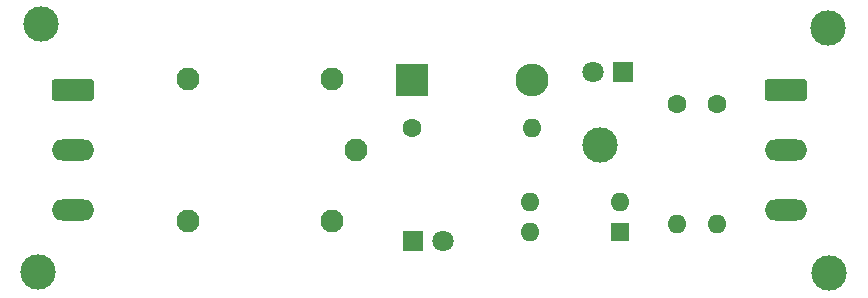
<source format=gbr>
%TF.GenerationSoftware,KiCad,Pcbnew,8.0.2*%
%TF.CreationDate,2024-06-20T13:36:58+03:00*%
%TF.ProjectId,r_le,72f66c65-2e6b-4696-9361-645f70636258,rev?*%
%TF.SameCoordinates,Original*%
%TF.FileFunction,Copper,L1,Top*%
%TF.FilePolarity,Positive*%
%FSLAX46Y46*%
G04 Gerber Fmt 4.6, Leading zero omitted, Abs format (unit mm)*
G04 Created by KiCad (PCBNEW 8.0.2) date 2024-06-20 13:36:58*
%MOMM*%
%LPD*%
G01*
G04 APERTURE LIST*
G04 Aperture macros list*
%AMRoundRect*
0 Rectangle with rounded corners*
0 $1 Rounding radius*
0 $2 $3 $4 $5 $6 $7 $8 $9 X,Y pos of 4 corners*
0 Add a 4 corners polygon primitive as box body*
4,1,4,$2,$3,$4,$5,$6,$7,$8,$9,$2,$3,0*
0 Add four circle primitives for the rounded corners*
1,1,$1+$1,$2,$3*
1,1,$1+$1,$4,$5*
1,1,$1+$1,$6,$7*
1,1,$1+$1,$8,$9*
0 Add four rect primitives between the rounded corners*
20,1,$1+$1,$2,$3,$4,$5,0*
20,1,$1+$1,$4,$5,$6,$7,0*
20,1,$1+$1,$6,$7,$8,$9,0*
20,1,$1+$1,$8,$9,$2,$3,0*%
G04 Aperture macros list end*
%TA.AperFunction,ComponentPad*%
%ADD10C,1.600000*%
%TD*%
%TA.AperFunction,ComponentPad*%
%ADD11O,1.600000X1.600000*%
%TD*%
%TA.AperFunction,ComponentPad*%
%ADD12R,1.800000X1.800000*%
%TD*%
%TA.AperFunction,ComponentPad*%
%ADD13C,1.800000*%
%TD*%
%TA.AperFunction,ComponentPad*%
%ADD14RoundRect,0.250000X-1.550000X0.650000X-1.550000X-0.650000X1.550000X-0.650000X1.550000X0.650000X0*%
%TD*%
%TA.AperFunction,ComponentPad*%
%ADD15O,3.600000X1.800000*%
%TD*%
%TA.AperFunction,ComponentPad*%
%ADD16R,1.600000X1.600000*%
%TD*%
%TA.AperFunction,ComponentPad*%
%ADD17C,1.950000*%
%TD*%
%TA.AperFunction,ComponentPad*%
%ADD18R,2.800000X2.800000*%
%TD*%
%TA.AperFunction,ComponentPad*%
%ADD19O,2.800000X2.800000*%
%TD*%
%TA.AperFunction,ViaPad*%
%ADD20C,3.000000*%
%TD*%
G04 APERTURE END LIST*
D10*
%TO.P,R3,1*%
%TO.N,Net-(D3-K)*%
X55905400Y16408400D03*
D11*
%TO.P,R3,2*%
%TO.N,GND*%
X55905400Y6248400D03*
%TD*%
D12*
%TO.P,D3,1,K*%
%TO.N,Net-(D3-K)*%
X51313000Y19177000D03*
D13*
%TO.P,D3,2,A*%
%TO.N,12v*%
X48773000Y19177000D03*
%TD*%
D10*
%TO.P,R2,1*%
%TO.N,12v*%
X33477200Y14427200D03*
D11*
%TO.P,R2,2*%
%TO.N,Net-(D2-A)*%
X43637200Y14427200D03*
%TD*%
D14*
%TO.P,J2,1,Pin_1*%
%TO.N,out*%
X4749800Y17627600D03*
D15*
%TO.P,J2,2,Pin_2*%
%TO.N,out2*%
X4749800Y12547600D03*
%TO.P,J2,3,Pin_3*%
%TO.N,out3*%
X4749800Y7467600D03*
%TD*%
D16*
%TO.P,U1,1*%
%TO.N,Net-(R1-Pad2)*%
X51069400Y5608400D03*
D11*
%TO.P,U1,2*%
%TO.N,in*%
X51069400Y8148400D03*
%TO.P,U1,3*%
%TO.N,GND*%
X43449400Y8148400D03*
%TO.P,U1,4*%
%TO.N,Net-(D1-A)*%
X43449400Y5608400D03*
%TD*%
D14*
%TO.P,J1,1,Pin_1*%
%TO.N,12v*%
X65125600Y17627600D03*
D15*
%TO.P,J1,2,Pin_2*%
%TO.N,in*%
X65125600Y12547600D03*
%TO.P,J1,3,Pin_3*%
%TO.N,GND*%
X65125600Y7467600D03*
%TD*%
D12*
%TO.P,D2,1,K*%
%TO.N,Net-(D1-A)*%
X33578800Y4851400D03*
D13*
%TO.P,D2,2,A*%
%TO.N,Net-(D2-A)*%
X36118800Y4851400D03*
%TD*%
D17*
%TO.P,K1,COIL1*%
%TO.N,12v*%
X26690000Y18509400D03*
%TO.P,K1,COIL2*%
%TO.N,Net-(D1-A)*%
X26690000Y6509400D03*
%TO.P,K1,COM*%
%TO.N,out2*%
X28690000Y12509400D03*
%TO.P,K1,NC*%
%TO.N,out3*%
X14490000Y6509400D03*
%TO.P,K1,NO*%
%TO.N,out*%
X14490000Y18509400D03*
%TD*%
D18*
%TO.P,D1,1,K*%
%TO.N,12v*%
X33442200Y18504400D03*
D19*
%TO.P,D1,2,A*%
%TO.N,Net-(D1-A)*%
X43602200Y18504400D03*
%TD*%
D10*
%TO.P,R1,1*%
%TO.N,12v*%
X59270200Y16440800D03*
D11*
%TO.P,R1,2*%
%TO.N,Net-(R1-Pad2)*%
X59270200Y6280800D03*
%TD*%
D20*
%TO.N,*%
X68808600Y2108200D03*
X1828800Y2184400D03*
X2057400Y23164800D03*
X68681600Y22834600D03*
X49377600Y12954000D03*
%TD*%
M02*

</source>
